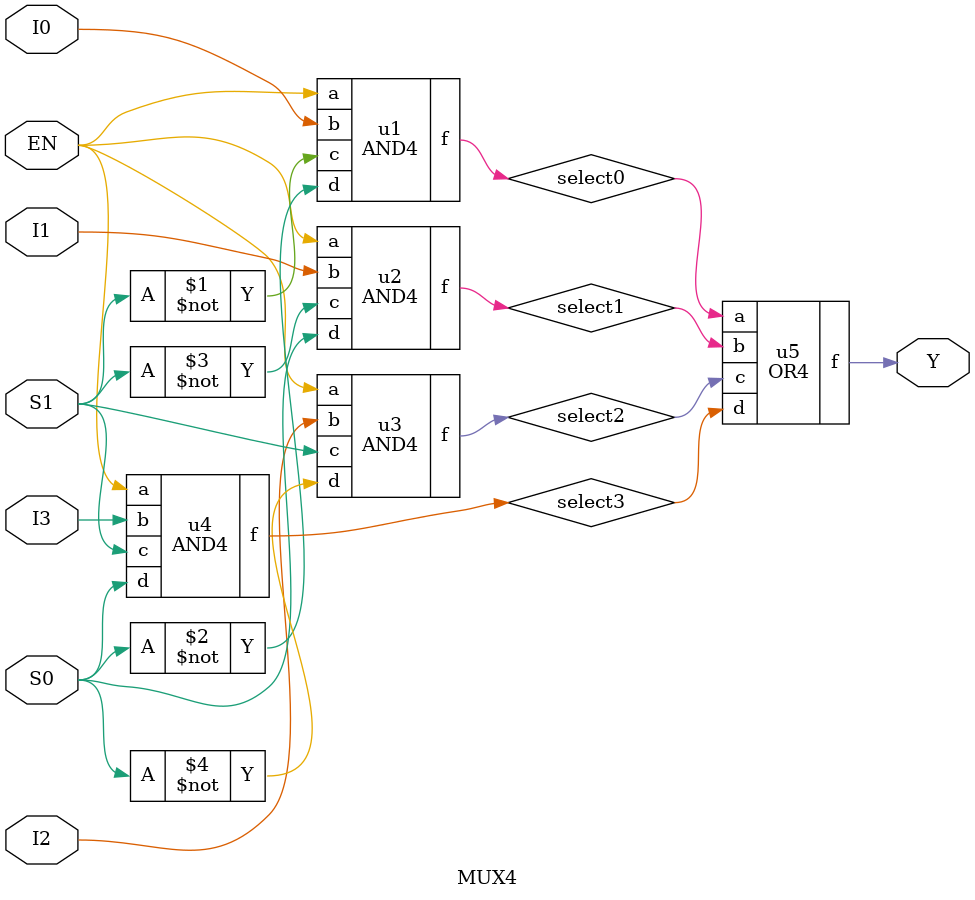
<source format=v>

module AND2 (a, b, f);
	input a;
	input b;
	output f;

        // Dataflow verilog style.
	assign f = (a & b);
endmodule

// 2-input OR
module OR2 (a, b, f);
	input a;
	input b;
	output f;

        // Dataflow verilog style.
	assign f = (a | b);
endmodule

// 2-input NAND
module NAND2 (a, b, f);
	input a;
	input b;
	output f;

        // Dataflow verilog style.
	assign f = ~(a & b);
endmodule

// 2-input NOR
module NOR2 (a, b, f);
	input a;
	input b;
	output f;

        // Dataflow verilog style.
	assign f = ~(a | b);
endmodule

// 2-input XOR
module XOR2 (a, b, f);
	input a;
	input b;
	output f;

        // Dataflow verilog style.
	assign f = ((~a & b) | (a & ~b));
endmodule

// inverter (NOT gate)
module INV (a, f);
	input a;
	output f;

        // Dataflow verilog style.
	assign f = ~a;
endmodule

// 3-input NOR
module NOR3 (a, b, c, f);
	input a;
	input b;
	input c;
	output f;
	
	//Dataflow verilog style.
	assign f = ~(a | b | c);
endmodule

// 3-input NAND
module NAND3 (a, b, c, f);
	input a;
	input b;
	input c;
	output f;
	
	//Dataflow verilog style.
	assign f = ~(a & b & c);
endmodule

// 3-input OR
module OR3 (a, b, c, f);
	input a;
	input b;
	input c;
	output f;
	
	//Dataflow verilog style.
	assign f = (a | b | c);
endmodule

// 3-input AND
module AND3 (a, b, c, f);
	input a;
	input b;
	input c;
	output f;
	
	//Dataflow verilog style.
	assign f = (a & b & c);
endmodule

// 4-input OR
module OR4 (a, b, c, d, f);
	input a;
	input b;
	input c;
	input d;
	output f;
	
	//Dataflow verilog style.
	assign f = (a | b | c | d);
endmodule

// 4-input AND
module AND4 (a, b, c, d, f);
	input a;
	input b;
	input c;
	input d;
	output f;
	
	//Dataflow verilog style.
	assign f = (a & b & c & d);
endmodule

// 4 to 1 one bit MUX
module MUX4 (EN, I3, I2, I1, I0, S1, S0, Y);
	input EN;
	input I3;
	input I2;
	input I1;
	input I0;
	input S1;
	input S0;
	output Y;
	wire select0;
	wire select1;
	wire select2;
	wire select3;
	
	AND4 u1 (EN, I0, ~S1, ~S0, select0);
	AND4 u2 (EN, I1, ~S1, S0, select1);
	AND4 u3 (EN, I2, S1, ~S0, select2);
	AND4 u4 (EN, I3, S1, S0, select3);
	OR4 u5 (select0, select1, select2, select3, Y);
endmodule
	

</source>
